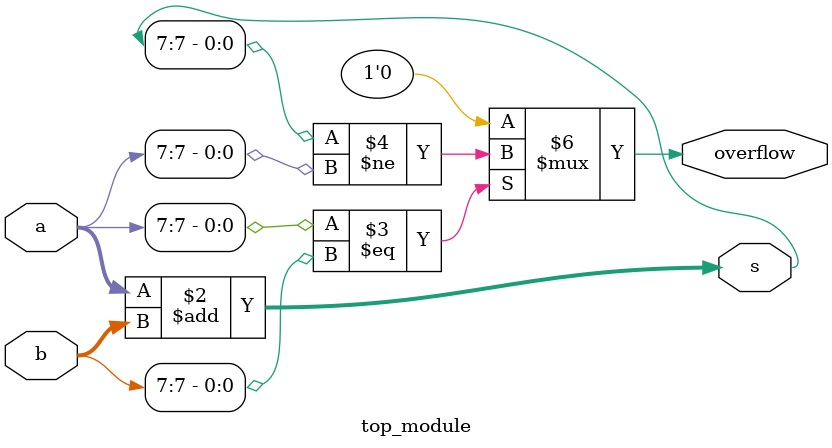
<source format=sv>
module top_module (
	input [7:0] a,
	input [7:0] b,
	output [7:0] s,
	output overflow
);
    reg [7:0] s;
    reg overflow;
    
    always @(a or b) begin
        s = a + b;
        if (a[7] == b[7])
            overflow = (s[7] != a[7]);
        else
            overflow = 0;
    end
    
endmodule

</source>
